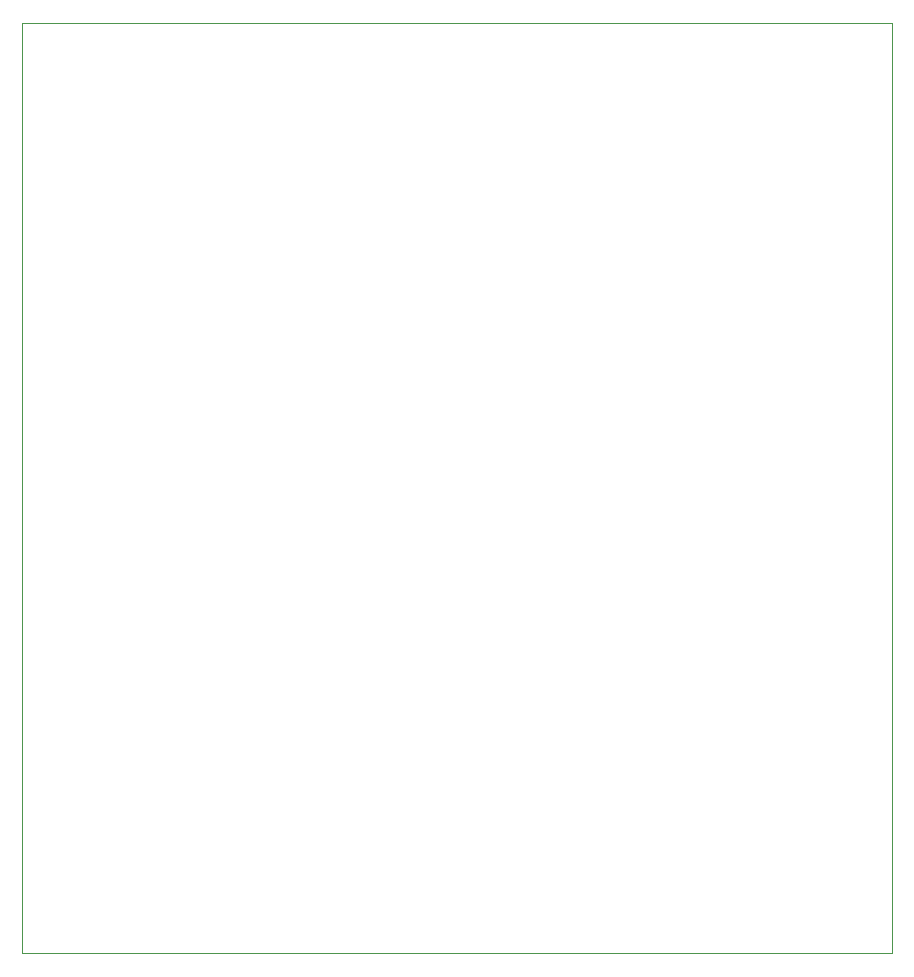
<source format=gbr>
G04 #@! TF.GenerationSoftware,KiCad,Pcbnew,(5.1.5)-3*
G04 #@! TF.CreationDate,2020-05-22T17:38:11+01:00*
G04 #@! TF.ProjectId,SB,53422e6b-6963-4616-945f-706362585858,rev?*
G04 #@! TF.SameCoordinates,Original*
G04 #@! TF.FileFunction,Profile,NP*
%FSLAX46Y46*%
G04 Gerber Fmt 4.6, Leading zero omitted, Abs format (unit mm)*
G04 Created by KiCad (PCBNEW (5.1.5)-3) date 2020-05-22 17:38:11*
%MOMM*%
%LPD*%
G04 APERTURE LIST*
%ADD10C,0.050000*%
G04 APERTURE END LIST*
D10*
X198120000Y-106680000D02*
X198120000Y-27940000D01*
X124460000Y-27940000D02*
X198120000Y-27940000D01*
X198120000Y-106680000D02*
X124460000Y-106680000D01*
X124460000Y-27940000D02*
X124460000Y-106680000D01*
M02*

</source>
